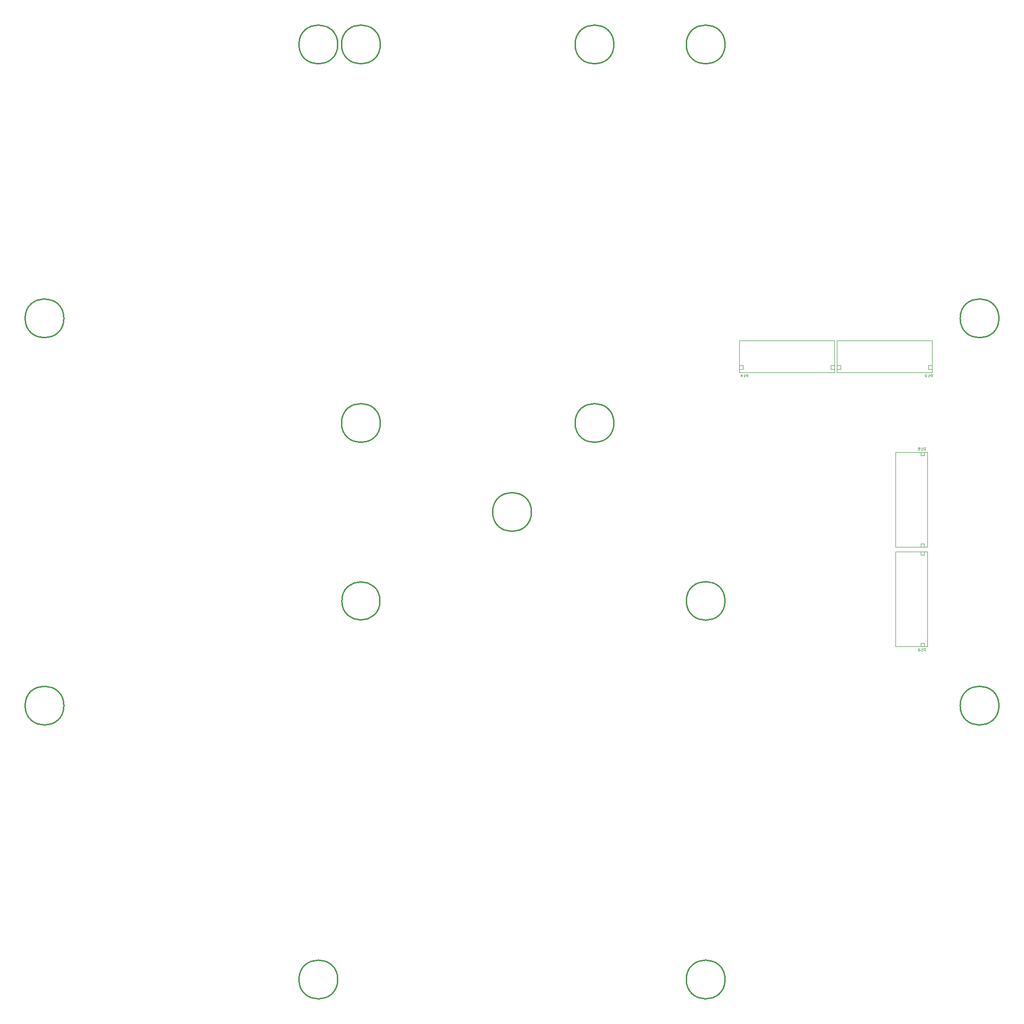
<source format=gbo>
G04*
G04 #@! TF.GenerationSoftware,Altium Limited,Altium Designer,22.6.1 (34)*
G04*
G04 Layer_Color=32896*
%FSLAX44Y44*%
%MOMM*%
G71*
G04*
G04 #@! TF.SameCoordinates,93EC8B6F-EB43-44BE-ACFD-6113DF9B5761*
G04*
G04*
G04 #@! TF.FilePolarity,Positive*
G04*
G01*
G75*
%ADD10C,0.2540*%
%ADD11C,0.1000*%
D10*
X686226Y1767823D02*
G03*
X686226Y1767823I-35037J0D01*
G01*
X1308513D02*
G03*
X1308513Y1767823I-35024J0D01*
G01*
X685595Y763423D02*
G03*
X685595Y763423I-34405J0D01*
G01*
X1308345D02*
G03*
X1308345Y763423I-34855J0D01*
G01*
X1107866Y1084559D02*
G03*
X1107866Y1084559I-35037J0D01*
G01*
Y1767818D02*
G03*
X1107866Y1767818I-35037J0D01*
G01*
X686226Y1084559D02*
G03*
X686226Y1084559I-35037J0D01*
G01*
X686226Y1767823D02*
G03*
X686226Y1767823I-35037J0D01*
G01*
X609411Y1767823D02*
G03*
X609411Y1767823I-35014J0D01*
G01*
X1802837Y574397D02*
G03*
X1802837Y574397I-35014J0D01*
G01*
X115078D02*
G03*
X115078Y574397I-35014J0D01*
G01*
Y1273489D02*
G03*
X115078Y1273489I-35014J0D01*
G01*
X1308504Y1767823D02*
G03*
X1308504Y1767823I-35014J0D01*
G01*
X1802837Y1273489D02*
G03*
X1802837Y1273489I-35014J0D01*
G01*
X1308504Y80063D02*
G03*
X1308504Y80063I-35014J0D01*
G01*
X609411D02*
G03*
X609411Y80063I-35014J0D01*
G01*
X958956Y923944D02*
G03*
X958956Y923944I-35014J0D01*
G01*
D11*
X1510415Y1188100D02*
X1516765D01*
Y1181750D02*
Y1188100D01*
X1510415Y1181750D02*
X1516765D01*
X1510340Y1175750D02*
Y1233250D01*
X1675415Y1188100D02*
X1681765Y1188100D01*
X1675415Y1181750D02*
X1675415Y1188100D01*
X1675415Y1181750D02*
X1681765D01*
X1510340Y1233250D02*
X1681840Y1233250D01*
X1681840Y1175750D01*
X1510340D02*
X1681840D01*
X1334575Y1188100D02*
X1340925Y1188100D01*
Y1181750D02*
Y1188100D01*
X1334575Y1181750D02*
X1340925D01*
X1334500Y1175750D02*
Y1233250D01*
X1499575Y1188100D02*
X1505925D01*
X1499575Y1181750D02*
Y1188100D01*
Y1181750D02*
X1505925Y1181750D01*
X1334500Y1233250D02*
X1506000D01*
Y1175750D02*
Y1233250D01*
X1334500Y1175750D02*
X1506000Y1175750D01*
X1661471Y867146D02*
X1661471Y860796D01*
X1661471Y867146D02*
X1667821D01*
Y860796D02*
Y867146D01*
X1616321Y860721D02*
X1673821D01*
X1661471Y1032146D02*
X1661471Y1025796D01*
X1667821D01*
Y1032146D01*
X1616321Y860721D02*
Y1032221D01*
X1673821D01*
Y860721D02*
Y1032221D01*
X1661471Y687495D02*
X1661471Y681146D01*
X1661471Y687495D02*
X1667821Y687496D01*
Y681145D02*
Y687496D01*
X1616320Y681071D02*
X1673821Y681070D01*
X1661471Y846146D02*
Y852496D01*
Y846146D02*
X1667821D01*
Y852496D01*
X1616320Y681071D02*
Y852570D01*
X1673821D01*
X1673821Y681070D02*
X1673821Y852570D01*
X1682309Y1167771D02*
Y1172770D01*
X1679809D01*
X1678976Y1171937D01*
Y1170271D01*
X1679809Y1169437D01*
X1682309D01*
X1677310Y1167771D02*
X1675644D01*
X1676477D01*
Y1172770D01*
X1677310Y1171937D01*
X1673145D02*
X1672312Y1172770D01*
X1670646D01*
X1669813Y1171937D01*
Y1171104D01*
X1670646Y1170271D01*
X1671479D01*
X1670646D01*
X1669813Y1169437D01*
Y1168604D01*
X1670646Y1167771D01*
X1672312D01*
X1673145Y1168604D01*
X1348969Y1167771D02*
Y1172770D01*
X1346469D01*
X1345636Y1171937D01*
Y1170271D01*
X1346469Y1169437D01*
X1348969D01*
X1343970Y1167771D02*
X1342304D01*
X1343137D01*
Y1172770D01*
X1343970Y1171937D01*
X1337306Y1167771D02*
Y1172770D01*
X1339805Y1170271D01*
X1336473D01*
X1669268Y1035121D02*
Y1040120D01*
X1666769D01*
X1665936Y1039287D01*
Y1037621D01*
X1666769Y1036787D01*
X1669268D01*
X1664270Y1035121D02*
X1662604D01*
X1663437D01*
Y1040120D01*
X1664270Y1039287D01*
X1656773Y1040120D02*
X1660105D01*
Y1037621D01*
X1658439Y1038454D01*
X1657606D01*
X1656773Y1037621D01*
Y1035955D01*
X1657606Y1035121D01*
X1659272D01*
X1660105Y1035955D01*
X1669268Y673171D02*
Y678170D01*
X1666769D01*
X1665936Y677337D01*
Y675671D01*
X1666769Y674837D01*
X1669268D01*
X1664270Y673171D02*
X1662604D01*
X1663437D01*
Y678170D01*
X1664270Y677337D01*
X1656773Y678170D02*
X1658439Y677337D01*
X1660105Y675671D01*
Y674005D01*
X1659272Y673171D01*
X1657606D01*
X1656773Y674005D01*
Y674837D01*
X1657606Y675671D01*
X1660105D01*
M02*

</source>
